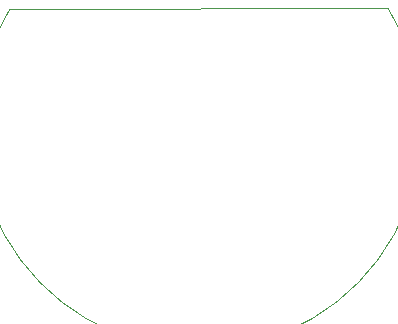
<source format=gbr>
%TF.GenerationSoftware,KiCad,Pcbnew,(7.0.0)*%
%TF.CreationDate,2024-02-03T20:30:22+01:00*%
%TF.ProjectId,Helios_IMU_F,48656c69-6f73-45f4-994d-555f462e6b69,rev?*%
%TF.SameCoordinates,PX9058260PY5c4edc0*%
%TF.FileFunction,Profile,NP*%
%FSLAX46Y46*%
G04 Gerber Fmt 4.6, Leading zero omitted, Abs format (unit mm)*
G04 Created by KiCad (PCBNEW (7.0.0)) date 2024-02-03 20:30:22*
%MOMM*%
%LPD*%
G01*
G04 APERTURE LIST*
%TA.AperFunction,Profile*%
%ADD10C,0.100000*%
%TD*%
G04 APERTURE END LIST*
D10*
X-16009001Y9984510D02*
X15999739Y10005112D01*
X-16009000Y9984509D02*
G75*
G03*
X15999738Y10005112I16010803J-9985804D01*
G01*
M02*

</source>
